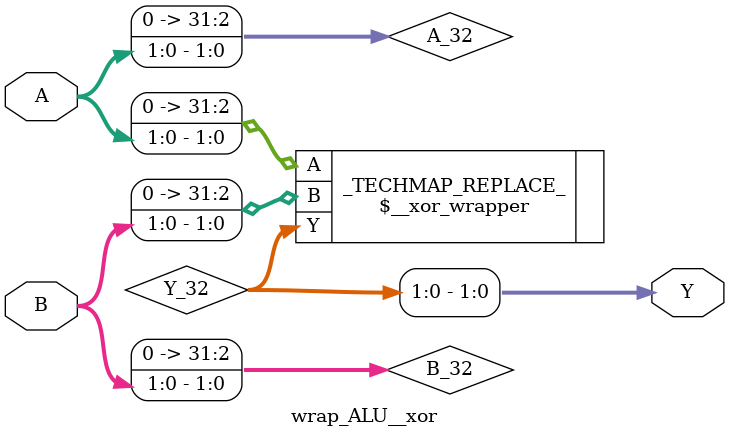
<source format=v>
(* techmap_celltype = "$add" *)
module wrap_ALU__add #(
    parameter A_WIDTH = 1,
    parameter A_SIGNED = 0,
    parameter B_WIDTH = 1,
    parameter B_SIGNED = 0,
    parameter Y_WIDTH = 1
)
(
    input wire[A_WIDTH:0] A,
    input wire[B_WIDTH:0] B,
    output reg[Y_WIDTH:0] Y
);

reg [31:0] A_32;
reg [31:0] B_32;
reg [31:0] Y_32;
assign A_32 = A;
assign B_32 = B;
assign Y = Y_32;
\$__add_wrapper #(
    .A_WIDTH(A_WIDTH),
    .A_SIGNED(A_SIGNED),
    .B_WIDTH(B_WIDTH),
    .B_SIGNED(B_SIGNED),
    .Y_WIDTH(Y_WIDTH)
) _TECHMAP_REPLACE_ (
    .A(A_32),
    .B(B_32),
    .Y(Y_32)
);

endmodule
(* techmap_celltype = "$and" *)
module wrap_ALU__and #(
    parameter A_WIDTH = 1,
    parameter A_SIGNED = 0,
    parameter B_WIDTH = 1,
    parameter B_SIGNED = 0,
    parameter Y_WIDTH = 1
)
(
    input wire[A_WIDTH:0] A,
    input wire[B_WIDTH:0] B,
    output reg[Y_WIDTH:0] Y
);

reg [31:0] A_32;
reg [31:0] B_32;
reg [31:0] Y_32;
assign A_32 = A;
assign B_32 = B;
assign Y = Y_32;
\$__and_wrapper #(
    .A_WIDTH(A_WIDTH),
    .A_SIGNED(A_SIGNED),
    .B_WIDTH(B_WIDTH),
    .B_SIGNED(B_SIGNED),
    .Y_WIDTH(Y_WIDTH)
) _TECHMAP_REPLACE_ (
    .A(A_32),
    .B(B_32),
    .Y(Y_32)
);

endmodule
(* techmap_celltype = "$mul" *)
module wrap_ALU__mul #(
    parameter A_WIDTH = 1,
    parameter A_SIGNED = 0,
    parameter B_WIDTH = 1,
    parameter B_SIGNED = 0,
    parameter Y_WIDTH = 1
)
(
    input wire[A_WIDTH:0] A,
    input wire[B_WIDTH:0] B,
    output reg[Y_WIDTH:0] Y
);

reg [31:0] A_32;
reg [31:0] B_32;
reg [31:0] Y_32;
assign A_32 = A;
assign B_32 = B;
assign Y = Y_32;
\$__mul_wrapper #(
    .A_WIDTH(A_WIDTH),
    .A_SIGNED(A_SIGNED),
    .B_WIDTH(B_WIDTH),
    .B_SIGNED(B_SIGNED),
    .Y_WIDTH(Y_WIDTH)
) _TECHMAP_REPLACE_ (
    .A(A_32),
    .B(B_32),
    .Y(Y_32)
);

endmodule
(* techmap_celltype = "$or" *)
module wrap_ALU__or #(
    parameter A_WIDTH = 1,
    parameter A_SIGNED = 0,
    parameter B_WIDTH = 1,
    parameter B_SIGNED = 0,
    parameter Y_WIDTH = 1
)
(
    input wire[A_WIDTH:0] A,
    input wire[B_WIDTH:0] B,
    output reg[Y_WIDTH:0] Y
);

reg [31:0] A_32;
reg [31:0] B_32;
reg [31:0] Y_32;
assign A_32 = A;
assign B_32 = B;
assign Y = Y_32;
\$__or_wrapper #(
    .A_WIDTH(A_WIDTH),
    .A_SIGNED(A_SIGNED),
    .B_WIDTH(B_WIDTH),
    .B_SIGNED(B_SIGNED),
    .Y_WIDTH(Y_WIDTH)
) _TECHMAP_REPLACE_ (
    .A(A_32),
    .B(B_32),
    .Y(Y_32)
);

endmodule
(* techmap_celltype = "$sub" *)
module wrap_ALU__sub #(
    parameter A_WIDTH = 1,
    parameter A_SIGNED = 0,
    parameter B_WIDTH = 1,
    parameter B_SIGNED = 0,
    parameter Y_WIDTH = 1
)
(
    input wire[A_WIDTH:0] A,
    input wire[B_WIDTH:0] B,
    output reg[Y_WIDTH:0] Y
);

reg [31:0] A_32;
reg [31:0] B_32;
reg [31:0] Y_32;
assign A_32 = A;
assign B_32 = B;
assign Y = Y_32;
\$__sub_wrapper #(
    .A_WIDTH(A_WIDTH),
    .A_SIGNED(A_SIGNED),
    .B_WIDTH(B_WIDTH),
    .B_SIGNED(B_SIGNED),
    .Y_WIDTH(Y_WIDTH)
) _TECHMAP_REPLACE_ (
    .A(A_32),
    .B(B_32),
    .Y(Y_32)
);

endmodule
(* techmap_celltype = "$xor" *)
module wrap_ALU__xor #(
    parameter A_WIDTH = 1,
    parameter A_SIGNED = 0,
    parameter B_WIDTH = 1,
    parameter B_SIGNED = 0,
    parameter Y_WIDTH = 1
)
(
    input wire[A_WIDTH:0] A,
    input wire[B_WIDTH:0] B,
    output reg[Y_WIDTH:0] Y
);

reg [31:0] A_32;
reg [31:0] B_32;
reg [31:0] Y_32;
assign A_32 = A;
assign B_32 = B;
assign Y = Y_32;
\$__xor_wrapper #(
    .A_WIDTH(A_WIDTH),
    .A_SIGNED(A_SIGNED),
    .B_WIDTH(B_WIDTH),
    .B_SIGNED(B_SIGNED),
    .Y_WIDTH(Y_WIDTH)
) _TECHMAP_REPLACE_ (
    .A(A_32),
    .B(B_32),
    .Y(Y_32)
);

endmodule

</source>
